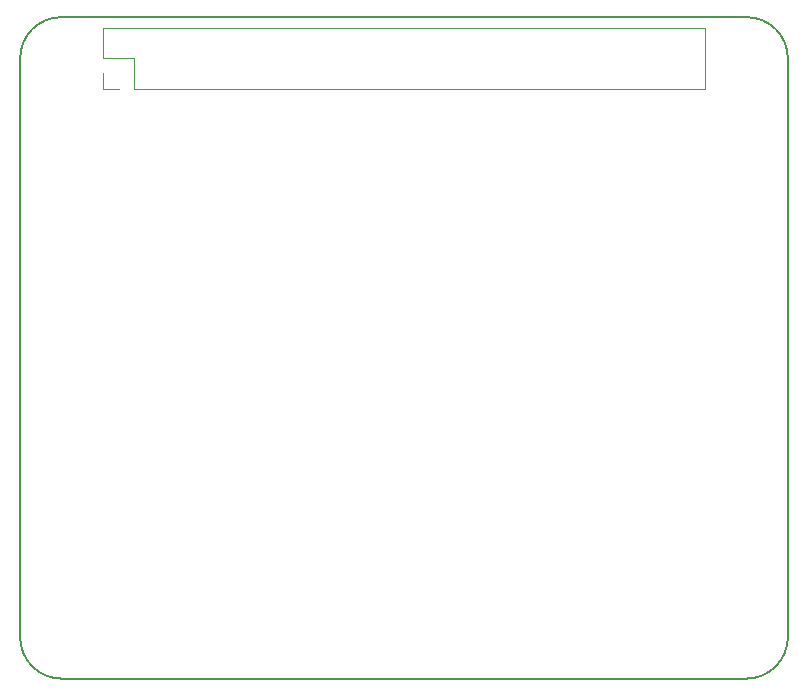
<source format=gbo>
G04 #@! TF.GenerationSoftware,KiCad,Pcbnew,(6.0.2)*
G04 #@! TF.CreationDate,2022-07-05T12:59:41+02:00*
G04 #@! TF.ProjectId,Raspberry Pi temperature management hat,52617370-6265-4727-9279-205069207465,V2*
G04 #@! TF.SameCoordinates,Original*
G04 #@! TF.FileFunction,Legend,Bot*
G04 #@! TF.FilePolarity,Positive*
%FSLAX46Y46*%
G04 Gerber Fmt 4.6, Leading zero omitted, Abs format (unit mm)*
G04 Created by KiCad (PCBNEW (6.0.2)) date 2022-07-05 12:59:41*
%MOMM*%
%LPD*%
G01*
G04 APERTURE LIST*
G04 #@! TA.AperFunction,Profile*
%ADD10C,0.150000*%
G04 #@! TD*
%ADD11C,0.120000*%
%ADD12C,6.000000*%
%ADD13R,2.400000X2.400000*%
%ADD14C,2.400000*%
%ADD15C,3.000000*%
%ADD16R,1.700000X1.700000*%
%ADD17O,1.700000X1.700000*%
G04 APERTURE END LIST*
D10*
X111500000Y-50000000D02*
G75*
G03*
X108000000Y-46500000I-3499999J1D01*
G01*
X50000000Y-46500000D02*
X108000000Y-46500000D01*
X50000000Y-102500000D02*
X108000000Y-102500000D01*
X111500000Y-50000000D02*
X111500000Y-99000000D01*
X108000000Y-102500000D02*
G75*
G03*
X111500000Y-99000000I1J3499999D01*
G01*
X46500000Y-99000000D02*
G75*
G03*
X50000000Y-102500000I3499999J-1D01*
G01*
X50000000Y-46500000D02*
G75*
G03*
X46500000Y-50000000I-1J-3499999D01*
G01*
X46500000Y-50000000D02*
X46500000Y-99000000D01*
D11*
X53540000Y-47400000D02*
X53540000Y-50000000D01*
X56140000Y-50000000D02*
X56140000Y-52600000D01*
X56140000Y-52600000D02*
X104460000Y-52600000D01*
X53540000Y-51270000D02*
X53540000Y-52600000D01*
X104460000Y-47400000D02*
X104460000Y-52600000D01*
X53540000Y-47400000D02*
X104460000Y-47400000D01*
X53540000Y-50000000D02*
X56140000Y-50000000D01*
X53540000Y-52600000D02*
X54870000Y-52600000D01*
%LPC*%
D12*
X108000000Y-99000000D03*
X50000000Y-99000000D03*
D13*
X73660000Y-95820000D03*
D14*
X77160000Y-95820000D03*
D13*
X93000000Y-95800000D03*
D14*
X96500000Y-95800000D03*
X100000000Y-95800000D03*
D15*
X50000000Y-50000000D03*
D13*
X60960000Y-95820000D03*
D14*
X64460000Y-95820000D03*
D15*
X108000000Y-50000000D03*
D16*
X54870000Y-51270000D03*
D17*
X54870000Y-48730000D03*
X57410000Y-51270000D03*
X57410000Y-48730000D03*
X59950000Y-51270000D03*
X59950000Y-48730000D03*
X62490000Y-51270000D03*
X62490000Y-48730000D03*
X65030000Y-51270000D03*
X65030000Y-48730000D03*
X67570000Y-51270000D03*
X67570000Y-48730000D03*
X70110000Y-51270000D03*
X70110000Y-48730000D03*
X72650000Y-51270000D03*
X72650000Y-48730000D03*
X75190000Y-51270000D03*
X75190000Y-48730000D03*
X77730000Y-51270000D03*
X77730000Y-48730000D03*
X80270000Y-51270000D03*
X80270000Y-48730000D03*
X82810000Y-51270000D03*
X82810000Y-48730000D03*
X85350000Y-51270000D03*
X85350000Y-48730000D03*
X87890000Y-51270000D03*
X87890000Y-48730000D03*
X90430000Y-51270000D03*
X90430000Y-48730000D03*
X92970000Y-51270000D03*
X92970000Y-48730000D03*
X95510000Y-51270000D03*
X95510000Y-48730000D03*
X98050000Y-51270000D03*
X98050000Y-48730000D03*
X100590000Y-51270000D03*
X100590000Y-48730000D03*
X103130000Y-51270000D03*
X103130000Y-48730000D03*
M02*

</source>
